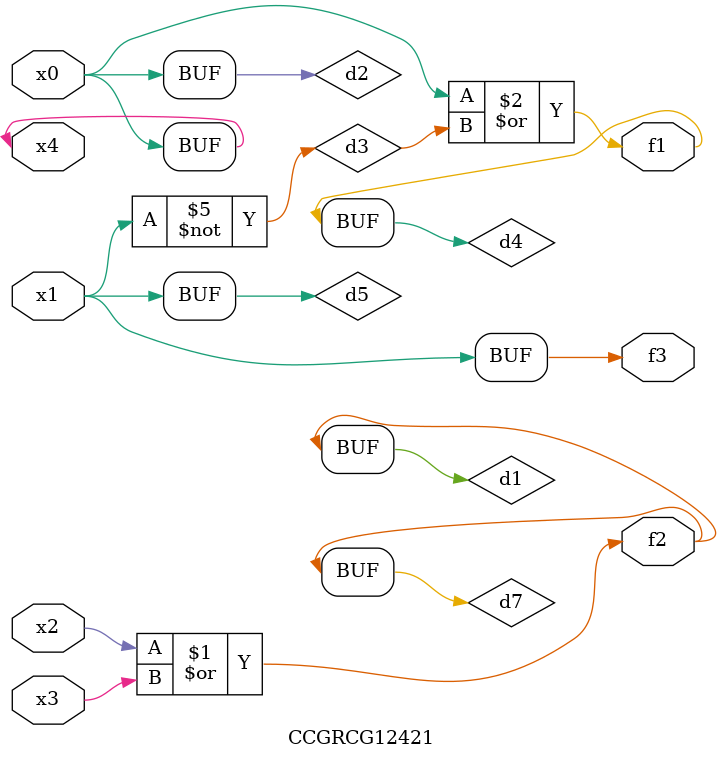
<source format=v>
module CCGRCG12421(
	input x0, x1, x2, x3, x4,
	output f1, f2, f3
);

	wire d1, d2, d3, d4, d5, d6, d7;

	or (d1, x2, x3);
	buf (d2, x0, x4);
	not (d3, x1);
	or (d4, d2, d3);
	not (d5, d3);
	nand (d6, d1, d3);
	or (d7, d1);
	assign f1 = d4;
	assign f2 = d7;
	assign f3 = d5;
endmodule

</source>
